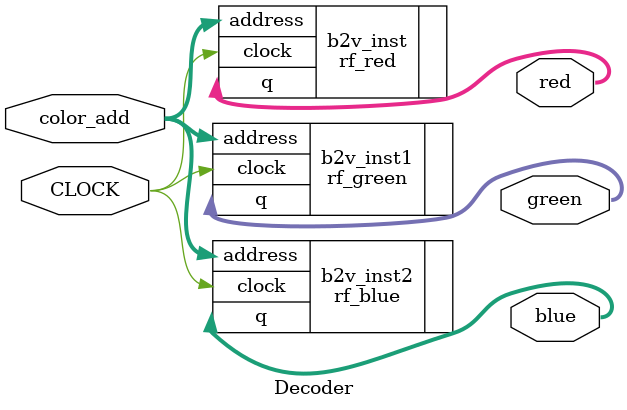
<source format=v>


module Decoder(
	CLOCK,
	color_add,
	blue,
	green,
	red
);


input wire	CLOCK;
input wire	[2:0] color_add;
output wire	[9:0] blue;
output wire	[9:0] green;
output wire	[9:0] red;






rf_red	b2v_inst(
	.clock(CLOCK),
	.address(color_add),
	.q(red));


rf_green	b2v_inst1(
	.clock(CLOCK),
	.address(color_add),
	.q(green));


rf_blue	b2v_inst2(
	.clock(CLOCK),
	.address(color_add),
	.q(blue));


endmodule

</source>
